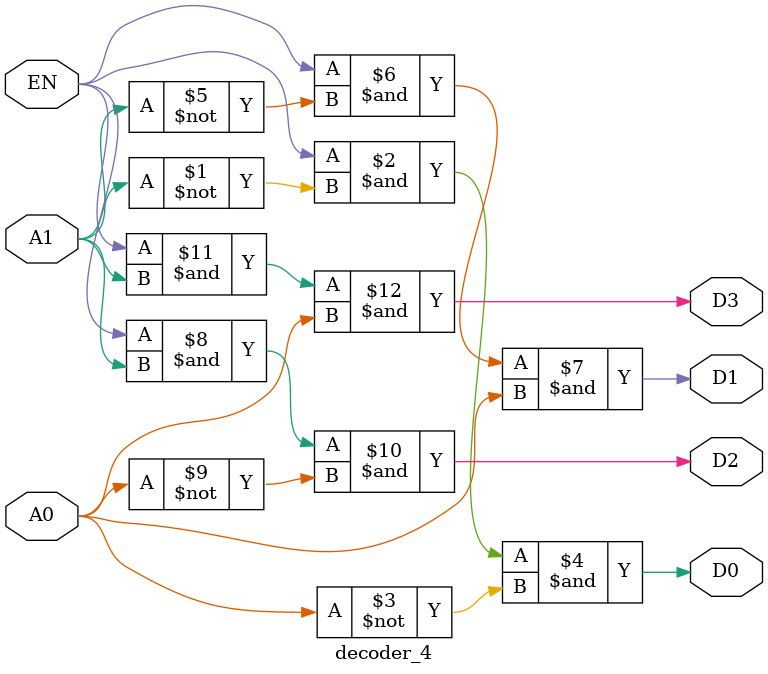
<source format=v>
module decoder_4(EN, A0, A1, D0, D1, D2, D3);
  input EN, A0, A1;
  output D0, D1, D2, D3;
  assign D0 =(EN & ~A1 & ~A0);
  assign D1 =(EN & ~A1 & A0);
  assign D2 =(EN & A1 & ~A0);
  assign D3 =(EN & A1 & A0);
endmodule

</source>
